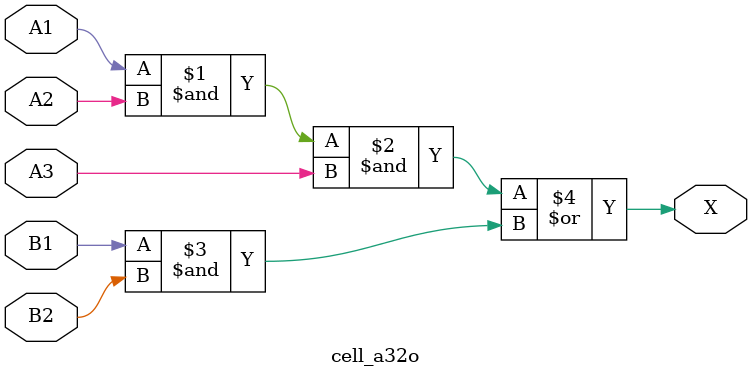
<source format=v>
`timescale 1ps/1ps
module cell_a32o
(
    input wire A1,
    input wire A2,
    input wire A3,
    input wire B1,
    input wire B2,
    output wire X
);
    assign X = ((A1 & A2 & A3) | (B1 & B2));
endmodule

</source>
